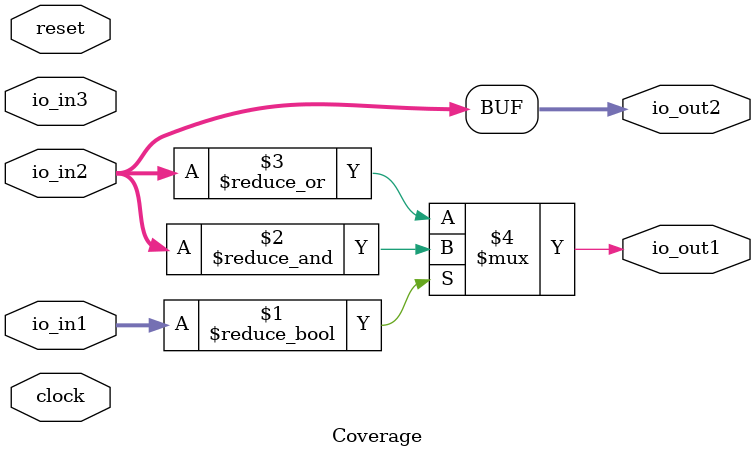
<source format=v>
module Coverage(
  input        clock,
  input        reset,
  input  [3:0] io_in1,
  input  [3:0] io_in2,
  input  [1:0] io_in3,
  output       io_out1,
  output [3:0] io_out2
);
  assign io_out1 = io_in1 != 4'h0 ? &io_in2 : |io_in2;
  assign io_out2 = io_in2;
endmodule

</source>
